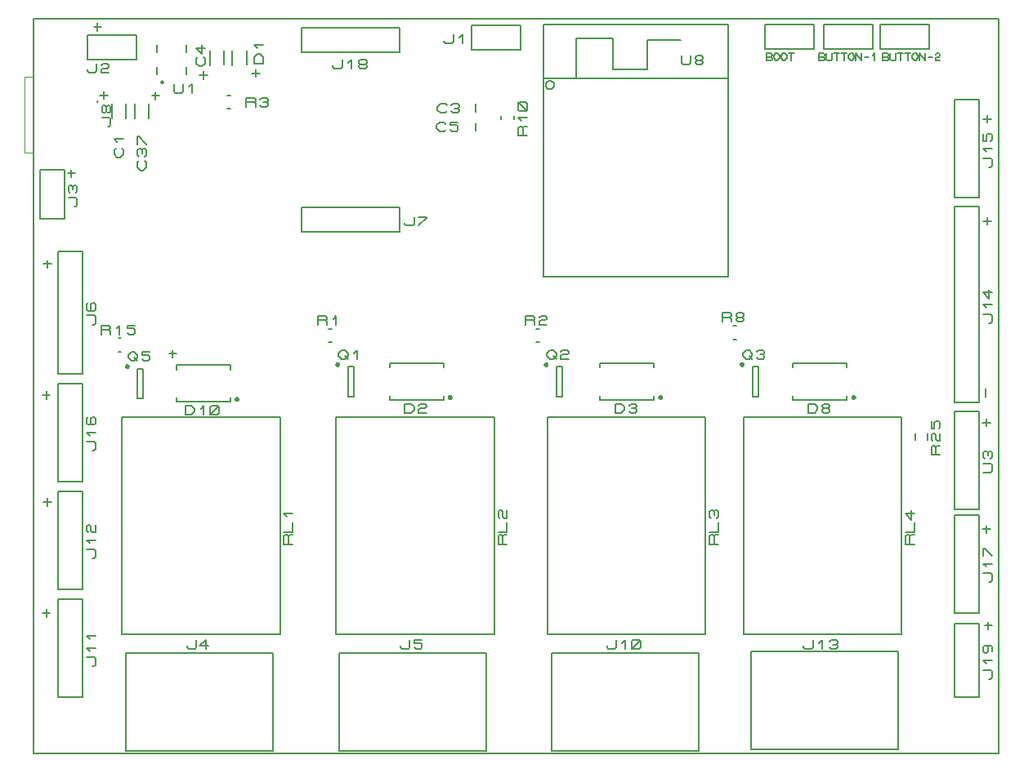
<source format=gbr>
G04 PROTEUS GERBER X2 FILE*
%TF.GenerationSoftware,Labcenter,Proteus,8.9-SP0-Build27865*%
%TF.CreationDate,2021-01-11T14:01:32+00:00*%
%TF.FileFunction,Legend,Top*%
%TF.FilePolarity,Positive*%
%TF.Part,Single*%
%TF.SameCoordinates,{9f0a7d81-3364-476e-981e-304885b4a122}*%
%FSLAX45Y45*%
%MOMM*%
G01*
%TA.AperFunction,Profile*%
%ADD36C,0.203200*%
%TA.AperFunction,Material*%
%ADD37C,0.203200*%
%ADD38C,0.200000*%
%ADD39C,0.250000*%
%ADD40C,0.127000*%
%ADD41C,0.100000*%
%TD.AperFunction*%
D36*
X+35420Y-8200D02*
X+10035420Y-8200D01*
X+10035420Y+7611800D01*
X+35420Y+7611800D01*
X+35420Y-8200D01*
D37*
X+7470000Y+1048000D02*
X+7470000Y+32000D01*
X+8994000Y+1048000D02*
X+8994000Y+32000D01*
X+7470000Y+32000D02*
X+8994000Y+32000D01*
X+8994000Y+1048000D02*
X+7470000Y+1048000D01*
X+8016530Y+1107480D02*
X+8016530Y+1092240D01*
X+8032405Y+1077000D01*
X+8095905Y+1077000D01*
X+8111780Y+1092240D01*
X+8111780Y+1168440D01*
X+8175280Y+1137960D02*
X+8207030Y+1168440D01*
X+8207030Y+1077000D01*
X+8286405Y+1153200D02*
X+8302280Y+1168440D01*
X+8349905Y+1168440D01*
X+8365780Y+1153200D01*
X+8365780Y+1137960D01*
X+8349905Y+1122720D01*
X+8365780Y+1107480D01*
X+8365780Y+1092240D01*
X+8349905Y+1077000D01*
X+8302280Y+1077000D01*
X+8286405Y+1092240D01*
X+8318155Y+1122720D02*
X+8349905Y+1122720D01*
X+2340000Y+7090000D02*
X+2340000Y+7010000D01*
X+2380000Y+7050000D02*
X+2300000Y+7050000D01*
X+599000Y+7193000D02*
X+1107000Y+7193000D01*
X+1107000Y+7447000D01*
X+599000Y+7447000D01*
X+599000Y+7193000D01*
X+595520Y+7084740D02*
X+595520Y+7069500D01*
X+611395Y+7054260D01*
X+674895Y+7054260D01*
X+690770Y+7069500D01*
X+690770Y+7145700D01*
X+738395Y+7130460D02*
X+754270Y+7145700D01*
X+801895Y+7145700D01*
X+817770Y+7130460D01*
X+817770Y+7115220D01*
X+801895Y+7099980D01*
X+754270Y+7099980D01*
X+738395Y+7084740D01*
X+738395Y+7054260D01*
X+817770Y+7054260D01*
X+9900000Y+3776000D02*
X+9900000Y+3696000D01*
X+5316800Y+4937300D02*
X+7236800Y+4937300D01*
X+7236800Y+7557300D01*
X+5316800Y+7557300D01*
X+5316800Y+4937300D01*
X+5316800Y+6997300D02*
X+7236800Y+6997300D01*
X+5656800Y+6997300D02*
X+5656800Y+7407300D01*
X+6036800Y+7407300D01*
X+6036800Y+7087300D01*
X+6396800Y+7087300D01*
X+6396800Y+7397300D01*
X+6746800Y+7397300D01*
X+5431521Y+6927300D02*
X+5431367Y+6931004D01*
X+5430118Y+6938414D01*
X+5427504Y+6945824D01*
X+5423233Y+6953234D01*
X+5416701Y+6960555D01*
X+5409291Y+6965954D01*
X+5401881Y+6969401D01*
X+5394471Y+6971358D01*
X+5387061Y+6972020D01*
X+5386800Y+6972021D01*
X+5342079Y+6927300D02*
X+5342233Y+6931004D01*
X+5343482Y+6938414D01*
X+5346096Y+6945824D01*
X+5350367Y+6953234D01*
X+5356899Y+6960555D01*
X+5364309Y+6965954D01*
X+5371719Y+6969401D01*
X+5379129Y+6971358D01*
X+5386539Y+6972020D01*
X+5386800Y+6972021D01*
X+5342079Y+6927300D02*
X+5342233Y+6923596D01*
X+5343482Y+6916186D01*
X+5346096Y+6908776D01*
X+5350367Y+6901366D01*
X+5356899Y+6894045D01*
X+5364309Y+6888646D01*
X+5371719Y+6885199D01*
X+5379129Y+6883242D01*
X+5386539Y+6882580D01*
X+5386800Y+6882579D01*
X+5431521Y+6927300D02*
X+5431367Y+6923596D01*
X+5430118Y+6916186D01*
X+5427504Y+6908776D01*
X+5423233Y+6901366D01*
X+5416701Y+6894045D01*
X+5409291Y+6888646D01*
X+5401881Y+6885199D01*
X+5394471Y+6883242D01*
X+5387061Y+6882580D01*
X+5386800Y+6882579D01*
X+6749800Y+7229380D02*
X+6749800Y+7153180D01*
X+6765675Y+7137940D01*
X+6829175Y+7137940D01*
X+6845050Y+7153180D01*
X+6845050Y+7229380D01*
X+6908550Y+7183660D02*
X+6892675Y+7198900D01*
X+6892675Y+7214140D01*
X+6908550Y+7229380D01*
X+6956175Y+7229380D01*
X+6972050Y+7214140D01*
X+6972050Y+7198900D01*
X+6956175Y+7183660D01*
X+6908550Y+7183660D01*
X+6892675Y+7168420D01*
X+6892675Y+7153180D01*
X+6908550Y+7137940D01*
X+6956175Y+7137940D01*
X+6972050Y+7153180D01*
X+6972050Y+7168420D01*
X+6956175Y+7183660D01*
X+996000Y+1038000D02*
X+996000Y+22000D01*
X+2520000Y+1038000D02*
X+2520000Y+22000D01*
X+996000Y+22000D02*
X+2520000Y+22000D01*
X+2520000Y+1038000D02*
X+996000Y+1038000D01*
X+1631000Y+1109120D02*
X+1631000Y+1093880D01*
X+1646875Y+1078640D01*
X+1710375Y+1078640D01*
X+1726250Y+1093880D01*
X+1726250Y+1170080D01*
X+1853250Y+1109120D02*
X+1758000Y+1109120D01*
X+1821500Y+1170080D01*
X+1821500Y+1078640D01*
X+3206000Y+1038000D02*
X+3206000Y+22000D01*
X+4730000Y+1038000D02*
X+4730000Y+22000D01*
X+3206000Y+22000D02*
X+4730000Y+22000D01*
X+4730000Y+1038000D02*
X+3206000Y+1038000D01*
X+3841000Y+1109120D02*
X+3841000Y+1093880D01*
X+3856875Y+1078640D01*
X+3920375Y+1078640D01*
X+3936250Y+1093880D01*
X+3936250Y+1170080D01*
X+4063250Y+1170080D02*
X+3983875Y+1170080D01*
X+3983875Y+1139600D01*
X+4047375Y+1139600D01*
X+4063250Y+1124360D01*
X+4063250Y+1093880D01*
X+4047375Y+1078640D01*
X+3999750Y+1078640D01*
X+3983875Y+1093880D01*
X+5406000Y+1038000D02*
X+5406000Y+22000D01*
X+6930000Y+1038000D02*
X+6930000Y+22000D01*
X+5406000Y+22000D02*
X+6930000Y+22000D01*
X+6930000Y+1038000D02*
X+5406000Y+1038000D01*
X+5977500Y+1109120D02*
X+5977500Y+1093880D01*
X+5993375Y+1078640D01*
X+6056875Y+1078640D01*
X+6072750Y+1093880D01*
X+6072750Y+1170080D01*
X+6136250Y+1139600D02*
X+6168000Y+1170080D01*
X+6168000Y+1078640D01*
X+6231500Y+1093880D02*
X+6231500Y+1154840D01*
X+6247375Y+1170080D01*
X+6310875Y+1170080D01*
X+6326750Y+1154840D01*
X+6326750Y+1093880D01*
X+6310875Y+1078640D01*
X+6247375Y+1078640D01*
X+6231500Y+1093880D01*
X+6231500Y+1078640D02*
X+6326750Y+1170080D01*
D38*
X+4880000Y+6605000D02*
X+4880000Y+6575000D01*
X+5020000Y+6605000D02*
X+5020000Y+6575000D01*
D37*
X+5151920Y+6399500D02*
X+5060480Y+6399500D01*
X+5060480Y+6478875D01*
X+5075720Y+6494750D01*
X+5090960Y+6494750D01*
X+5106200Y+6478875D01*
X+5106200Y+6399500D01*
X+5106200Y+6478875D02*
X+5121440Y+6494750D01*
X+5151920Y+6494750D01*
X+5090960Y+6558250D02*
X+5060480Y+6590000D01*
X+5151920Y+6590000D01*
X+5136680Y+6653500D02*
X+5075720Y+6653500D01*
X+5060480Y+6669375D01*
X+5060480Y+6732875D01*
X+5075720Y+6748750D01*
X+5136680Y+6748750D01*
X+5151920Y+6732875D01*
X+5151920Y+6669375D01*
X+5136680Y+6653500D01*
X+5151920Y+6653500D02*
X+5060480Y+6748750D01*
D38*
X+4620000Y+6650000D02*
X+4620000Y+6730000D01*
D37*
X+4318250Y+6653320D02*
X+4302375Y+6638080D01*
X+4254750Y+6638080D01*
X+4223000Y+6668560D01*
X+4223000Y+6699040D01*
X+4254750Y+6729520D01*
X+4302375Y+6729520D01*
X+4318250Y+6714280D01*
X+4365875Y+6714280D02*
X+4381750Y+6729520D01*
X+4429375Y+6729520D01*
X+4445250Y+6714280D01*
X+4445250Y+6699040D01*
X+4429375Y+6683800D01*
X+4445250Y+6668560D01*
X+4445250Y+6653320D01*
X+4429375Y+6638080D01*
X+4381750Y+6638080D01*
X+4365875Y+6653320D01*
X+4397625Y+6683800D02*
X+4429375Y+6683800D01*
D38*
X+4620000Y+6450000D02*
X+4620000Y+6530000D01*
D37*
X+4308250Y+6463320D02*
X+4292375Y+6448080D01*
X+4244750Y+6448080D01*
X+4213000Y+6478560D01*
X+4213000Y+6509040D01*
X+4244750Y+6539520D01*
X+4292375Y+6539520D01*
X+4308250Y+6524280D01*
X+4435250Y+6539520D02*
X+4355875Y+6539520D01*
X+4355875Y+6509040D01*
X+4419375Y+6509040D01*
X+4435250Y+6493800D01*
X+4435250Y+6463320D01*
X+4419375Y+6448080D01*
X+4371750Y+6448080D01*
X+4355875Y+6463320D01*
X+9583000Y+5757000D02*
X+9837000Y+5757000D01*
X+9837000Y+6773000D01*
X+9583000Y+6773000D01*
X+9583000Y+5757000D01*
X+9938600Y+6074500D02*
X+9953840Y+6074500D01*
X+9969080Y+6090375D01*
X+9969080Y+6153875D01*
X+9953840Y+6169750D01*
X+9877640Y+6169750D01*
X+9908120Y+6233250D02*
X+9877640Y+6265000D01*
X+9969080Y+6265000D01*
X+9877640Y+6423750D02*
X+9877640Y+6344375D01*
X+9908120Y+6344375D01*
X+9908120Y+6407875D01*
X+9923360Y+6423750D01*
X+9953840Y+6423750D01*
X+9969080Y+6407875D01*
X+9969080Y+6360250D01*
X+9953840Y+6344375D01*
X+951000Y+1230000D02*
X+2591000Y+1230000D01*
X+2591000Y+3480000D01*
X+951000Y+3480000D01*
X+951000Y+1230000D01*
X+2723080Y+2164500D02*
X+2631640Y+2164500D01*
X+2631640Y+2243875D01*
X+2646880Y+2259750D01*
X+2662120Y+2259750D01*
X+2677360Y+2243875D01*
X+2677360Y+2164500D01*
X+2677360Y+2243875D02*
X+2692600Y+2259750D01*
X+2723080Y+2259750D01*
X+2631640Y+2291500D02*
X+2723080Y+2291500D01*
X+2723080Y+2386750D01*
X+2662120Y+2450250D02*
X+2631640Y+2482000D01*
X+2723080Y+2482000D01*
X+3171000Y+1230000D02*
X+4811000Y+1230000D01*
X+4811000Y+3480000D01*
X+3171000Y+3480000D01*
X+3171000Y+1230000D01*
X+4943080Y+2164500D02*
X+4851640Y+2164500D01*
X+4851640Y+2243875D01*
X+4866880Y+2259750D01*
X+4882120Y+2259750D01*
X+4897360Y+2243875D01*
X+4897360Y+2164500D01*
X+4897360Y+2243875D02*
X+4912600Y+2259750D01*
X+4943080Y+2259750D01*
X+4851640Y+2291500D02*
X+4943080Y+2291500D01*
X+4943080Y+2386750D01*
X+4866880Y+2434375D02*
X+4851640Y+2450250D01*
X+4851640Y+2497875D01*
X+4866880Y+2513750D01*
X+4882120Y+2513750D01*
X+4897360Y+2497875D01*
X+4897360Y+2450250D01*
X+4912600Y+2434375D01*
X+4943080Y+2434375D01*
X+4943080Y+2513750D01*
X+5361000Y+1230000D02*
X+7001000Y+1230000D01*
X+7001000Y+3480000D01*
X+5361000Y+3480000D01*
X+5361000Y+1230000D01*
X+7133080Y+2164500D02*
X+7041640Y+2164500D01*
X+7041640Y+2243875D01*
X+7056880Y+2259750D01*
X+7072120Y+2259750D01*
X+7087360Y+2243875D01*
X+7087360Y+2164500D01*
X+7087360Y+2243875D02*
X+7102600Y+2259750D01*
X+7133080Y+2259750D01*
X+7041640Y+2291500D02*
X+7133080Y+2291500D01*
X+7133080Y+2386750D01*
X+7056880Y+2434375D02*
X+7041640Y+2450250D01*
X+7041640Y+2497875D01*
X+7056880Y+2513750D01*
X+7072120Y+2513750D01*
X+7087360Y+2497875D01*
X+7102600Y+2513750D01*
X+7117840Y+2513750D01*
X+7133080Y+2497875D01*
X+7133080Y+2450250D01*
X+7117840Y+2434375D01*
X+7087360Y+2466125D02*
X+7087360Y+2497875D01*
X+7391000Y+1230000D02*
X+9031000Y+1230000D01*
X+9031000Y+3480000D01*
X+7391000Y+3480000D01*
X+7391000Y+1230000D01*
X+9163080Y+2164500D02*
X+9071640Y+2164500D01*
X+9071640Y+2243875D01*
X+9086880Y+2259750D01*
X+9102120Y+2259750D01*
X+9117360Y+2243875D01*
X+9117360Y+2164500D01*
X+9117360Y+2243875D02*
X+9132600Y+2259750D01*
X+9163080Y+2259750D01*
X+9071640Y+2291500D02*
X+9163080Y+2291500D01*
X+9163080Y+2386750D01*
X+9132600Y+2513750D02*
X+9132600Y+2418500D01*
X+9071640Y+2482000D01*
X+9163080Y+2482000D01*
X+9583000Y+3631000D02*
X+9837000Y+3631000D01*
X+9837000Y+5663000D01*
X+9583000Y+5663000D01*
X+9583000Y+3631000D01*
X+9938600Y+4456500D02*
X+9953840Y+4456500D01*
X+9969080Y+4472375D01*
X+9969080Y+4535875D01*
X+9953840Y+4551750D01*
X+9877640Y+4551750D01*
X+9908120Y+4615250D02*
X+9877640Y+4647000D01*
X+9969080Y+4647000D01*
X+9938600Y+4805750D02*
X+9938600Y+4710500D01*
X+9877640Y+4774000D01*
X+9969080Y+4774000D01*
X+9920000Y+5556000D02*
X+9920000Y+5476000D01*
X+9960000Y+5516000D02*
X+9880000Y+5516000D01*
X+2813000Y+5403000D02*
X+3829000Y+5403000D01*
X+3829000Y+5657000D01*
X+2813000Y+5657000D01*
X+2813000Y+5403000D01*
X+3884000Y+5498120D02*
X+3884000Y+5482880D01*
X+3899875Y+5467640D01*
X+3963375Y+5467640D01*
X+3979250Y+5482880D01*
X+3979250Y+5559080D01*
X+4026875Y+5559080D02*
X+4106250Y+5559080D01*
X+4106250Y+5543840D01*
X+4026875Y+5467640D01*
X+9920000Y+6616000D02*
X+9920000Y+6536000D01*
X+9960000Y+6576000D02*
X+9880000Y+6576000D01*
X+700000Y+7570000D02*
X+700000Y+7490000D01*
X+740000Y+7530000D02*
X+660000Y+7530000D01*
X+8229000Y+7303000D02*
X+8737000Y+7303000D01*
X+8737000Y+7557000D01*
X+8229000Y+7557000D01*
X+8229000Y+7303000D01*
X+8178200Y+7178540D02*
X+8178200Y+7254740D01*
X+8225825Y+7254740D01*
X+8235350Y+7242040D01*
X+8235350Y+7229340D01*
X+8225825Y+7216640D01*
X+8235350Y+7203940D01*
X+8235350Y+7191240D01*
X+8225825Y+7178540D01*
X+8178200Y+7178540D01*
X+8178200Y+7216640D02*
X+8225825Y+7216640D01*
X+8254400Y+7254740D02*
X+8254400Y+7191240D01*
X+8263925Y+7178540D01*
X+8302025Y+7178540D01*
X+8311550Y+7191240D01*
X+8311550Y+7254740D01*
X+8330600Y+7254740D02*
X+8387750Y+7254740D01*
X+8359175Y+7254740D02*
X+8359175Y+7178540D01*
X+8406800Y+7254740D02*
X+8463950Y+7254740D01*
X+8435375Y+7254740D02*
X+8435375Y+7178540D01*
X+8483000Y+7229340D02*
X+8502050Y+7254740D01*
X+8521100Y+7254740D01*
X+8540150Y+7229340D01*
X+8540150Y+7203940D01*
X+8521100Y+7178540D01*
X+8502050Y+7178540D01*
X+8483000Y+7203940D01*
X+8483000Y+7229340D01*
X+8559200Y+7178540D02*
X+8559200Y+7254740D01*
X+8616350Y+7178540D01*
X+8616350Y+7254740D01*
X+8644925Y+7216640D02*
X+8692550Y+7216640D01*
X+8730650Y+7229340D02*
X+8749700Y+7254740D01*
X+8749700Y+7178540D01*
X+293000Y+3935000D02*
X+547000Y+3935000D01*
X+547000Y+5205000D01*
X+293000Y+5205000D01*
X+293000Y+3935000D01*
X+648600Y+4443000D02*
X+663840Y+4443000D01*
X+679080Y+4458875D01*
X+679080Y+4522375D01*
X+663840Y+4538250D01*
X+587640Y+4538250D01*
X+602880Y+4665250D02*
X+587640Y+4649375D01*
X+587640Y+4601750D01*
X+602880Y+4585875D01*
X+663840Y+4585875D01*
X+679080Y+4601750D01*
X+679080Y+4649375D01*
X+663840Y+4665250D01*
X+648600Y+4665250D01*
X+633360Y+4649375D01*
X+633360Y+4585875D01*
X+9583000Y+2527000D02*
X+9837000Y+2527000D01*
X+9837000Y+3543000D01*
X+9583000Y+3543000D01*
X+9583000Y+2527000D01*
X+9877640Y+2908000D02*
X+9953840Y+2908000D01*
X+9969080Y+2923875D01*
X+9969080Y+2987375D01*
X+9953840Y+3003250D01*
X+9877640Y+3003250D01*
X+9892880Y+3050875D02*
X+9877640Y+3066750D01*
X+9877640Y+3114375D01*
X+9892880Y+3130250D01*
X+9908120Y+3130250D01*
X+9923360Y+3114375D01*
X+9938600Y+3130250D01*
X+9953840Y+3130250D01*
X+9969080Y+3114375D01*
X+9969080Y+3066750D01*
X+9953840Y+3050875D01*
X+9923360Y+3082625D02*
X+9923360Y+3114375D01*
X+9298420Y+3316340D02*
X+9298420Y+3247760D01*
X+9176500Y+3316340D02*
X+9176500Y+3245220D01*
X+9430500Y+3092820D02*
X+9339060Y+3092820D01*
X+9339060Y+3172195D01*
X+9354300Y+3188070D01*
X+9369540Y+3188070D01*
X+9384780Y+3172195D01*
X+9384780Y+3092820D01*
X+9384780Y+3172195D02*
X+9400020Y+3188070D01*
X+9430500Y+3188070D01*
X+9354300Y+3235695D02*
X+9339060Y+3251570D01*
X+9339060Y+3299195D01*
X+9354300Y+3315070D01*
X+9369540Y+3315070D01*
X+9384780Y+3299195D01*
X+9384780Y+3251570D01*
X+9400020Y+3235695D01*
X+9430500Y+3235695D01*
X+9430500Y+3315070D01*
X+9339060Y+3442070D02*
X+9339060Y+3362695D01*
X+9369540Y+3362695D01*
X+9369540Y+3426195D01*
X+9384780Y+3442070D01*
X+9415260Y+3442070D01*
X+9430500Y+3426195D01*
X+9430500Y+3378570D01*
X+9415260Y+3362695D01*
X+8809000Y+7303000D02*
X+9317000Y+7303000D01*
X+9317000Y+7557000D01*
X+8809000Y+7557000D01*
X+8809000Y+7303000D01*
X+8838200Y+7178540D02*
X+8838200Y+7254740D01*
X+8885825Y+7254740D01*
X+8895350Y+7242040D01*
X+8895350Y+7229340D01*
X+8885825Y+7216640D01*
X+8895350Y+7203940D01*
X+8895350Y+7191240D01*
X+8885825Y+7178540D01*
X+8838200Y+7178540D01*
X+8838200Y+7216640D02*
X+8885825Y+7216640D01*
X+8914400Y+7254740D02*
X+8914400Y+7191240D01*
X+8923925Y+7178540D01*
X+8962025Y+7178540D01*
X+8971550Y+7191240D01*
X+8971550Y+7254740D01*
X+8990600Y+7254740D02*
X+9047750Y+7254740D01*
X+9019175Y+7254740D02*
X+9019175Y+7178540D01*
X+9066800Y+7254740D02*
X+9123950Y+7254740D01*
X+9095375Y+7254740D02*
X+9095375Y+7178540D01*
X+9143000Y+7229340D02*
X+9162050Y+7254740D01*
X+9181100Y+7254740D01*
X+9200150Y+7229340D01*
X+9200150Y+7203940D01*
X+9181100Y+7178540D01*
X+9162050Y+7178540D01*
X+9143000Y+7203940D01*
X+9143000Y+7229340D01*
X+9219200Y+7178540D02*
X+9219200Y+7254740D01*
X+9276350Y+7178540D01*
X+9276350Y+7254740D01*
X+9304925Y+7216640D02*
X+9352550Y+7216640D01*
X+9381125Y+7242040D02*
X+9390650Y+7254740D01*
X+9419225Y+7254740D01*
X+9428750Y+7242040D01*
X+9428750Y+7229340D01*
X+9419225Y+7216640D01*
X+9390650Y+7216640D01*
X+9381125Y+7203940D01*
X+9381125Y+7178540D01*
X+9428750Y+7178540D01*
X+293000Y+579000D02*
X+547000Y+579000D01*
X+547000Y+1595000D01*
X+293000Y+1595000D01*
X+293000Y+579000D01*
X+648600Y+896500D02*
X+663840Y+896500D01*
X+679080Y+912375D01*
X+679080Y+975875D01*
X+663840Y+991750D01*
X+587640Y+991750D01*
X+618120Y+1055250D02*
X+587640Y+1087000D01*
X+679080Y+1087000D01*
X+618120Y+1182250D02*
X+587640Y+1214000D01*
X+679080Y+1214000D01*
X+293000Y+1699000D02*
X+547000Y+1699000D01*
X+547000Y+2715000D01*
X+293000Y+2715000D01*
X+293000Y+1699000D01*
X+648600Y+2016500D02*
X+663840Y+2016500D01*
X+679080Y+2032375D01*
X+679080Y+2095875D01*
X+663840Y+2111750D01*
X+587640Y+2111750D01*
X+618120Y+2175250D02*
X+587640Y+2207000D01*
X+679080Y+2207000D01*
X+602880Y+2286375D02*
X+587640Y+2302250D01*
X+587640Y+2349875D01*
X+602880Y+2365750D01*
X+618120Y+2365750D01*
X+633360Y+2349875D01*
X+633360Y+2302250D01*
X+648600Y+2286375D01*
X+679080Y+2286375D01*
X+679080Y+2365750D01*
X+293000Y+2815000D02*
X+547000Y+2815000D01*
X+547000Y+3831000D01*
X+293000Y+3831000D01*
X+293000Y+2815000D01*
X+648600Y+3132500D02*
X+663840Y+3132500D01*
X+679080Y+3148375D01*
X+679080Y+3211875D01*
X+663840Y+3227750D01*
X+587640Y+3227750D01*
X+618120Y+3291250D02*
X+587640Y+3323000D01*
X+679080Y+3323000D01*
X+602880Y+3481750D02*
X+587640Y+3465875D01*
X+587640Y+3418250D01*
X+602880Y+3402375D01*
X+663840Y+3402375D01*
X+679080Y+3418250D01*
X+679080Y+3465875D01*
X+663840Y+3481750D01*
X+648600Y+3481750D01*
X+633360Y+3465875D01*
X+633360Y+3402375D01*
X+2813000Y+7263000D02*
X+3829000Y+7263000D01*
X+3829000Y+7517000D01*
X+2813000Y+7517000D01*
X+2813000Y+7263000D01*
X+3140500Y+7128120D02*
X+3140500Y+7112880D01*
X+3156375Y+7097640D01*
X+3219875Y+7097640D01*
X+3235750Y+7112880D01*
X+3235750Y+7189080D01*
X+3299250Y+7158600D02*
X+3331000Y+7189080D01*
X+3331000Y+7097640D01*
X+3426250Y+7143360D02*
X+3410375Y+7158600D01*
X+3410375Y+7173840D01*
X+3426250Y+7189080D01*
X+3473875Y+7189080D01*
X+3489750Y+7173840D01*
X+3489750Y+7158600D01*
X+3473875Y+7143360D01*
X+3426250Y+7143360D01*
X+3410375Y+7128120D01*
X+3410375Y+7112880D01*
X+3426250Y+7097640D01*
X+3473875Y+7097640D01*
X+3489750Y+7112880D01*
X+3489750Y+7128120D01*
X+3473875Y+7143360D01*
X+9583000Y+575000D02*
X+9837000Y+575000D01*
X+9837000Y+1337000D01*
X+9583000Y+1337000D01*
X+9583000Y+575000D01*
X+9938600Y+765500D02*
X+9953840Y+765500D01*
X+9969080Y+781375D01*
X+9969080Y+844875D01*
X+9953840Y+860750D01*
X+9877640Y+860750D01*
X+9908120Y+924250D02*
X+9877640Y+956000D01*
X+9969080Y+956000D01*
X+9908120Y+1114750D02*
X+9923360Y+1098875D01*
X+9923360Y+1051250D01*
X+9908120Y+1035375D01*
X+9892880Y+1035375D01*
X+9877640Y+1051250D01*
X+9877640Y+1098875D01*
X+9892880Y+1114750D01*
X+9953840Y+1114750D01*
X+9969080Y+1098875D01*
X+9969080Y+1051250D01*
X+180000Y+5110000D02*
X+180000Y+5030000D01*
X+220000Y+5070000D02*
X+140000Y+5070000D01*
X+1480000Y+4180000D02*
X+1480000Y+4100000D01*
X+1520000Y+4140000D02*
X+1440000Y+4140000D01*
X+170000Y+3750000D02*
X+170000Y+3670000D01*
X+210000Y+3710000D02*
X+130000Y+3710000D01*
X+180000Y+2640000D02*
X+180000Y+2560000D01*
X+220000Y+2600000D02*
X+140000Y+2600000D01*
X+170000Y+1490000D02*
X+170000Y+1410000D01*
X+210000Y+1450000D02*
X+130000Y+1450000D01*
X+9930000Y+1360000D02*
X+9930000Y+1280000D01*
X+9970000Y+1320000D02*
X+9890000Y+1320000D01*
X+9910000Y+3466000D02*
X+9910000Y+3386000D01*
X+9950000Y+3426000D02*
X+9870000Y+3426000D01*
X+9583000Y+1453000D02*
X+9837000Y+1453000D01*
X+9837000Y+2469000D01*
X+9583000Y+2469000D01*
X+9583000Y+1453000D01*
X+9938600Y+1770500D02*
X+9953840Y+1770500D01*
X+9969080Y+1786375D01*
X+9969080Y+1849875D01*
X+9953840Y+1865750D01*
X+9877640Y+1865750D01*
X+9908120Y+1929250D02*
X+9877640Y+1961000D01*
X+9969080Y+1961000D01*
X+9877640Y+2040375D02*
X+9877640Y+2119750D01*
X+9892880Y+2119750D01*
X+9969080Y+2040375D01*
X+9910000Y+2360000D02*
X+9910000Y+2280000D01*
X+9950000Y+2320000D02*
X+9870000Y+2320000D01*
D39*
X+4362500Y+3690000D02*
X+4362457Y+3691039D01*
X+4362105Y+3693118D01*
X+4361368Y+3695197D01*
X+4360164Y+3697276D01*
X+4358323Y+3699326D01*
X+4356244Y+3700829D01*
X+4354165Y+3701786D01*
X+4352086Y+3702325D01*
X+4350007Y+3702500D01*
X+4350000Y+3702500D01*
X+4337500Y+3690000D02*
X+4337543Y+3691039D01*
X+4337895Y+3693118D01*
X+4338632Y+3695197D01*
X+4339836Y+3697276D01*
X+4341677Y+3699326D01*
X+4343756Y+3700829D01*
X+4345835Y+3701786D01*
X+4347914Y+3702325D01*
X+4349993Y+3702500D01*
X+4350000Y+3702500D01*
X+4337500Y+3690000D02*
X+4337543Y+3688961D01*
X+4337895Y+3686882D01*
X+4338632Y+3684803D01*
X+4339836Y+3682724D01*
X+4341677Y+3680674D01*
X+4343756Y+3679171D01*
X+4345835Y+3678214D01*
X+4347914Y+3677675D01*
X+4349993Y+3677500D01*
X+4350000Y+3677500D01*
X+4362500Y+3690000D02*
X+4362457Y+3688961D01*
X+4362105Y+3686882D01*
X+4361368Y+3684803D01*
X+4360164Y+3682724D01*
X+4358323Y+3680674D01*
X+4356244Y+3679171D01*
X+4354165Y+3678214D01*
X+4352086Y+3677675D01*
X+4350007Y+3677500D01*
X+4350000Y+3677500D01*
D38*
X+4285000Y+3705000D02*
X+4285000Y+3660000D01*
X+3725000Y+3660000D01*
X+3725000Y+3705000D01*
X+4285000Y+3995000D02*
X+4285000Y+4040000D01*
X+3725000Y+4040000D01*
X+3725000Y+3995000D01*
D37*
X+3884250Y+3528080D02*
X+3884250Y+3619520D01*
X+3947750Y+3619520D01*
X+3979500Y+3589040D01*
X+3979500Y+3558560D01*
X+3947750Y+3528080D01*
X+3884250Y+3528080D01*
X+4027125Y+3604280D02*
X+4043000Y+3619520D01*
X+4090625Y+3619520D01*
X+4106500Y+3604280D01*
X+4106500Y+3589040D01*
X+4090625Y+3573800D01*
X+4043000Y+3573800D01*
X+4027125Y+3558560D01*
X+4027125Y+3528080D01*
X+4106500Y+3528080D01*
D39*
X+6542500Y+3690000D02*
X+6542457Y+3691039D01*
X+6542105Y+3693118D01*
X+6541368Y+3695197D01*
X+6540164Y+3697276D01*
X+6538323Y+3699326D01*
X+6536244Y+3700829D01*
X+6534165Y+3701786D01*
X+6532086Y+3702325D01*
X+6530007Y+3702500D01*
X+6530000Y+3702500D01*
X+6517500Y+3690000D02*
X+6517543Y+3691039D01*
X+6517895Y+3693118D01*
X+6518632Y+3695197D01*
X+6519836Y+3697276D01*
X+6521677Y+3699326D01*
X+6523756Y+3700829D01*
X+6525835Y+3701786D01*
X+6527914Y+3702325D01*
X+6529993Y+3702500D01*
X+6530000Y+3702500D01*
X+6517500Y+3690000D02*
X+6517543Y+3688961D01*
X+6517895Y+3686882D01*
X+6518632Y+3684803D01*
X+6519836Y+3682724D01*
X+6521677Y+3680674D01*
X+6523756Y+3679171D01*
X+6525835Y+3678214D01*
X+6527914Y+3677675D01*
X+6529993Y+3677500D01*
X+6530000Y+3677500D01*
X+6542500Y+3690000D02*
X+6542457Y+3688961D01*
X+6542105Y+3686882D01*
X+6541368Y+3684803D01*
X+6540164Y+3682724D01*
X+6538323Y+3680674D01*
X+6536244Y+3679171D01*
X+6534165Y+3678214D01*
X+6532086Y+3677675D01*
X+6530007Y+3677500D01*
X+6530000Y+3677500D01*
D38*
X+6465000Y+3705000D02*
X+6465000Y+3660000D01*
X+5905000Y+3660000D01*
X+5905000Y+3705000D01*
X+6465000Y+3995000D02*
X+6465000Y+4040000D01*
X+5905000Y+4040000D01*
X+5905000Y+3995000D01*
D37*
X+6064250Y+3528080D02*
X+6064250Y+3619520D01*
X+6127750Y+3619520D01*
X+6159500Y+3589040D01*
X+6159500Y+3558560D01*
X+6127750Y+3528080D01*
X+6064250Y+3528080D01*
X+6207125Y+3604280D02*
X+6223000Y+3619520D01*
X+6270625Y+3619520D01*
X+6286500Y+3604280D01*
X+6286500Y+3589040D01*
X+6270625Y+3573800D01*
X+6286500Y+3558560D01*
X+6286500Y+3543320D01*
X+6270625Y+3528080D01*
X+6223000Y+3528080D01*
X+6207125Y+3543320D01*
X+6238875Y+3573800D02*
X+6270625Y+3573800D01*
D39*
X+8542500Y+3690000D02*
X+8542457Y+3691039D01*
X+8542105Y+3693118D01*
X+8541368Y+3695197D01*
X+8540164Y+3697276D01*
X+8538323Y+3699326D01*
X+8536244Y+3700829D01*
X+8534165Y+3701786D01*
X+8532086Y+3702325D01*
X+8530007Y+3702500D01*
X+8530000Y+3702500D01*
X+8517500Y+3690000D02*
X+8517543Y+3691039D01*
X+8517895Y+3693118D01*
X+8518632Y+3695197D01*
X+8519836Y+3697276D01*
X+8521677Y+3699326D01*
X+8523756Y+3700829D01*
X+8525835Y+3701786D01*
X+8527914Y+3702325D01*
X+8529993Y+3702500D01*
X+8530000Y+3702500D01*
X+8517500Y+3690000D02*
X+8517543Y+3688961D01*
X+8517895Y+3686882D01*
X+8518632Y+3684803D01*
X+8519836Y+3682724D01*
X+8521677Y+3680674D01*
X+8523756Y+3679171D01*
X+8525835Y+3678214D01*
X+8527914Y+3677675D01*
X+8529993Y+3677500D01*
X+8530000Y+3677500D01*
X+8542500Y+3690000D02*
X+8542457Y+3688961D01*
X+8542105Y+3686882D01*
X+8541368Y+3684803D01*
X+8540164Y+3682724D01*
X+8538323Y+3680674D01*
X+8536244Y+3679171D01*
X+8534165Y+3678214D01*
X+8532086Y+3677675D01*
X+8530007Y+3677500D01*
X+8530000Y+3677500D01*
D38*
X+8465000Y+3705000D02*
X+8465000Y+3660000D01*
X+7905000Y+3660000D01*
X+7905000Y+3705000D01*
X+8465000Y+3995000D02*
X+8465000Y+4040000D01*
X+7905000Y+4040000D01*
X+7905000Y+3995000D01*
D37*
X+8064250Y+3528080D02*
X+8064250Y+3619520D01*
X+8127750Y+3619520D01*
X+8159500Y+3589040D01*
X+8159500Y+3558560D01*
X+8127750Y+3528080D01*
X+8064250Y+3528080D01*
X+8223000Y+3573800D02*
X+8207125Y+3589040D01*
X+8207125Y+3604280D01*
X+8223000Y+3619520D01*
X+8270625Y+3619520D01*
X+8286500Y+3604280D01*
X+8286500Y+3589040D01*
X+8270625Y+3573800D01*
X+8223000Y+3573800D01*
X+8207125Y+3558560D01*
X+8207125Y+3543320D01*
X+8223000Y+3528080D01*
X+8270625Y+3528080D01*
X+8286500Y+3543320D01*
X+8286500Y+3558560D01*
X+8270625Y+3573800D01*
D39*
X+2152500Y+3670000D02*
X+2152457Y+3671039D01*
X+2152105Y+3673118D01*
X+2151368Y+3675197D01*
X+2150164Y+3677276D01*
X+2148323Y+3679326D01*
X+2146244Y+3680829D01*
X+2144165Y+3681786D01*
X+2142086Y+3682325D01*
X+2140007Y+3682500D01*
X+2140000Y+3682500D01*
X+2127500Y+3670000D02*
X+2127543Y+3671039D01*
X+2127895Y+3673118D01*
X+2128632Y+3675197D01*
X+2129836Y+3677276D01*
X+2131677Y+3679326D01*
X+2133756Y+3680829D01*
X+2135835Y+3681786D01*
X+2137914Y+3682325D01*
X+2139993Y+3682500D01*
X+2140000Y+3682500D01*
X+2127500Y+3670000D02*
X+2127543Y+3668961D01*
X+2127895Y+3666882D01*
X+2128632Y+3664803D01*
X+2129836Y+3662724D01*
X+2131677Y+3660674D01*
X+2133756Y+3659171D01*
X+2135835Y+3658214D01*
X+2137914Y+3657675D01*
X+2139993Y+3657500D01*
X+2140000Y+3657500D01*
X+2152500Y+3670000D02*
X+2152457Y+3668961D01*
X+2152105Y+3666882D01*
X+2151368Y+3664803D01*
X+2150164Y+3662724D01*
X+2148323Y+3660674D01*
X+2146244Y+3659171D01*
X+2144165Y+3658214D01*
X+2142086Y+3657675D01*
X+2140007Y+3657500D01*
X+2140000Y+3657500D01*
D38*
X+2075000Y+3685000D02*
X+2075000Y+3640000D01*
X+1515000Y+3640000D01*
X+1515000Y+3685000D01*
X+2075000Y+3975000D02*
X+2075000Y+4020000D01*
X+1515000Y+4020000D01*
X+1515000Y+3975000D01*
D37*
X+1610750Y+3508080D02*
X+1610750Y+3599520D01*
X+1674250Y+3599520D01*
X+1706000Y+3569040D01*
X+1706000Y+3538560D01*
X+1674250Y+3508080D01*
X+1610750Y+3508080D01*
X+1769500Y+3569040D02*
X+1801250Y+3599520D01*
X+1801250Y+3508080D01*
X+1864750Y+3523320D02*
X+1864750Y+3584280D01*
X+1880625Y+3599520D01*
X+1944125Y+3599520D01*
X+1960000Y+3584280D01*
X+1960000Y+3523320D01*
X+1944125Y+3508080D01*
X+1880625Y+3508080D01*
X+1864750Y+3523320D01*
X+1864750Y+3508080D02*
X+1960000Y+3599520D01*
D39*
X+3197500Y+4030000D02*
X+3197457Y+4031039D01*
X+3197105Y+4033118D01*
X+3196368Y+4035197D01*
X+3195164Y+4037276D01*
X+3193323Y+4039326D01*
X+3191244Y+4040829D01*
X+3189165Y+4041786D01*
X+3187086Y+4042325D01*
X+3185007Y+4042500D01*
X+3185000Y+4042500D01*
X+3172500Y+4030000D02*
X+3172543Y+4031039D01*
X+3172895Y+4033118D01*
X+3173632Y+4035197D01*
X+3174836Y+4037276D01*
X+3176677Y+4039326D01*
X+3178756Y+4040829D01*
X+3180835Y+4041786D01*
X+3182914Y+4042325D01*
X+3184993Y+4042500D01*
X+3185000Y+4042500D01*
X+3172500Y+4030000D02*
X+3172543Y+4028961D01*
X+3172895Y+4026882D01*
X+3173632Y+4024803D01*
X+3174836Y+4022724D01*
X+3176677Y+4020674D01*
X+3178756Y+4019171D01*
X+3180835Y+4018214D01*
X+3182914Y+4017675D01*
X+3184993Y+4017500D01*
X+3185000Y+4017500D01*
X+3197500Y+4030000D02*
X+3197457Y+4028961D01*
X+3197105Y+4026882D01*
X+3196368Y+4024803D01*
X+3195164Y+4022724D01*
X+3193323Y+4020674D01*
X+3191244Y+4019171D01*
X+3189165Y+4018214D01*
X+3187086Y+4017675D01*
X+3185007Y+4017500D01*
X+3185000Y+4017500D01*
D38*
X+3295000Y+3695000D02*
X+3355000Y+3695000D01*
X+3355000Y+4005000D01*
X+3295000Y+4005000D01*
X+3295000Y+3695000D01*
D37*
X+3198000Y+4146440D02*
X+3229750Y+4176920D01*
X+3261500Y+4176920D01*
X+3293250Y+4146440D01*
X+3293250Y+4115960D01*
X+3261500Y+4085480D01*
X+3229750Y+4085480D01*
X+3198000Y+4115960D01*
X+3198000Y+4146440D01*
X+3261500Y+4115960D02*
X+3293250Y+4085480D01*
X+3356750Y+4146440D02*
X+3388500Y+4176920D01*
X+3388500Y+4085480D01*
D39*
X+5357500Y+4030000D02*
X+5357457Y+4031039D01*
X+5357105Y+4033118D01*
X+5356368Y+4035197D01*
X+5355164Y+4037276D01*
X+5353323Y+4039326D01*
X+5351244Y+4040829D01*
X+5349165Y+4041786D01*
X+5347086Y+4042325D01*
X+5345007Y+4042500D01*
X+5345000Y+4042500D01*
X+5332500Y+4030000D02*
X+5332543Y+4031039D01*
X+5332895Y+4033118D01*
X+5333632Y+4035197D01*
X+5334836Y+4037276D01*
X+5336677Y+4039326D01*
X+5338756Y+4040829D01*
X+5340835Y+4041786D01*
X+5342914Y+4042325D01*
X+5344993Y+4042500D01*
X+5345000Y+4042500D01*
X+5332500Y+4030000D02*
X+5332543Y+4028961D01*
X+5332895Y+4026882D01*
X+5333632Y+4024803D01*
X+5334836Y+4022724D01*
X+5336677Y+4020674D01*
X+5338756Y+4019171D01*
X+5340835Y+4018214D01*
X+5342914Y+4017675D01*
X+5344993Y+4017500D01*
X+5345000Y+4017500D01*
X+5357500Y+4030000D02*
X+5357457Y+4028961D01*
X+5357105Y+4026882D01*
X+5356368Y+4024803D01*
X+5355164Y+4022724D01*
X+5353323Y+4020674D01*
X+5351244Y+4019171D01*
X+5349165Y+4018214D01*
X+5347086Y+4017675D01*
X+5345007Y+4017500D01*
X+5345000Y+4017500D01*
D38*
X+5455000Y+3695000D02*
X+5515000Y+3695000D01*
X+5515000Y+4005000D01*
X+5455000Y+4005000D01*
X+5455000Y+3695000D01*
D37*
X+5358000Y+4146440D02*
X+5389750Y+4176920D01*
X+5421500Y+4176920D01*
X+5453250Y+4146440D01*
X+5453250Y+4115960D01*
X+5421500Y+4085480D01*
X+5389750Y+4085480D01*
X+5358000Y+4115960D01*
X+5358000Y+4146440D01*
X+5421500Y+4115960D02*
X+5453250Y+4085480D01*
X+5500875Y+4161680D02*
X+5516750Y+4176920D01*
X+5564375Y+4176920D01*
X+5580250Y+4161680D01*
X+5580250Y+4146440D01*
X+5564375Y+4131200D01*
X+5516750Y+4131200D01*
X+5500875Y+4115960D01*
X+5500875Y+4085480D01*
X+5580250Y+4085480D01*
D39*
X+7387500Y+4030000D02*
X+7387457Y+4031039D01*
X+7387105Y+4033118D01*
X+7386368Y+4035197D01*
X+7385164Y+4037276D01*
X+7383323Y+4039326D01*
X+7381244Y+4040829D01*
X+7379165Y+4041786D01*
X+7377086Y+4042325D01*
X+7375007Y+4042500D01*
X+7375000Y+4042500D01*
X+7362500Y+4030000D02*
X+7362543Y+4031039D01*
X+7362895Y+4033118D01*
X+7363632Y+4035197D01*
X+7364836Y+4037276D01*
X+7366677Y+4039326D01*
X+7368756Y+4040829D01*
X+7370835Y+4041786D01*
X+7372914Y+4042325D01*
X+7374993Y+4042500D01*
X+7375000Y+4042500D01*
X+7362500Y+4030000D02*
X+7362543Y+4028961D01*
X+7362895Y+4026882D01*
X+7363632Y+4024803D01*
X+7364836Y+4022724D01*
X+7366677Y+4020674D01*
X+7368756Y+4019171D01*
X+7370835Y+4018214D01*
X+7372914Y+4017675D01*
X+7374993Y+4017500D01*
X+7375000Y+4017500D01*
X+7387500Y+4030000D02*
X+7387457Y+4028961D01*
X+7387105Y+4026882D01*
X+7386368Y+4024803D01*
X+7385164Y+4022724D01*
X+7383323Y+4020674D01*
X+7381244Y+4019171D01*
X+7379165Y+4018214D01*
X+7377086Y+4017675D01*
X+7375007Y+4017500D01*
X+7375000Y+4017500D01*
D38*
X+7485000Y+3695000D02*
X+7545000Y+3695000D01*
X+7545000Y+4005000D01*
X+7485000Y+4005000D01*
X+7485000Y+3695000D01*
D37*
X+7388000Y+4146440D02*
X+7419750Y+4176920D01*
X+7451500Y+4176920D01*
X+7483250Y+4146440D01*
X+7483250Y+4115960D01*
X+7451500Y+4085480D01*
X+7419750Y+4085480D01*
X+7388000Y+4115960D01*
X+7388000Y+4146440D01*
X+7451500Y+4115960D02*
X+7483250Y+4085480D01*
X+7530875Y+4161680D02*
X+7546750Y+4176920D01*
X+7594375Y+4176920D01*
X+7610250Y+4161680D01*
X+7610250Y+4146440D01*
X+7594375Y+4131200D01*
X+7610250Y+4115960D01*
X+7610250Y+4100720D01*
X+7594375Y+4085480D01*
X+7546750Y+4085480D01*
X+7530875Y+4100720D01*
X+7562625Y+4131200D02*
X+7594375Y+4131200D01*
D39*
X+1017500Y+4010000D02*
X+1017457Y+4011039D01*
X+1017105Y+4013118D01*
X+1016368Y+4015197D01*
X+1015164Y+4017276D01*
X+1013323Y+4019326D01*
X+1011244Y+4020829D01*
X+1009165Y+4021786D01*
X+1007086Y+4022325D01*
X+1005007Y+4022500D01*
X+1005000Y+4022500D01*
X+992500Y+4010000D02*
X+992543Y+4011039D01*
X+992895Y+4013118D01*
X+993632Y+4015197D01*
X+994836Y+4017276D01*
X+996677Y+4019326D01*
X+998756Y+4020829D01*
X+1000835Y+4021786D01*
X+1002914Y+4022325D01*
X+1004993Y+4022500D01*
X+1005000Y+4022500D01*
X+992500Y+4010000D02*
X+992543Y+4008961D01*
X+992895Y+4006882D01*
X+993632Y+4004803D01*
X+994836Y+4002724D01*
X+996677Y+4000674D01*
X+998756Y+3999171D01*
X+1000835Y+3998214D01*
X+1002914Y+3997675D01*
X+1004993Y+3997500D01*
X+1005000Y+3997500D01*
X+1017500Y+4010000D02*
X+1017457Y+4008961D01*
X+1017105Y+4006882D01*
X+1016368Y+4004803D01*
X+1015164Y+4002724D01*
X+1013323Y+4000674D01*
X+1011244Y+3999171D01*
X+1009165Y+3998214D01*
X+1007086Y+3997675D01*
X+1005007Y+3997500D01*
X+1005000Y+3997500D01*
D38*
X+1115000Y+3675000D02*
X+1175000Y+3675000D01*
X+1175000Y+3985000D01*
X+1115000Y+3985000D01*
X+1115000Y+3675000D01*
D37*
X+1018000Y+4126440D02*
X+1049750Y+4156920D01*
X+1081500Y+4156920D01*
X+1113250Y+4126440D01*
X+1113250Y+4095960D01*
X+1081500Y+4065480D01*
X+1049750Y+4065480D01*
X+1018000Y+4095960D01*
X+1018000Y+4126440D01*
X+1081500Y+4095960D02*
X+1113250Y+4065480D01*
X+1240250Y+4156920D02*
X+1160875Y+4156920D01*
X+1160875Y+4126440D01*
X+1224375Y+4126440D01*
X+1240250Y+4111200D01*
X+1240250Y+4080720D01*
X+1224375Y+4065480D01*
X+1176750Y+4065480D01*
X+1160875Y+4080720D01*
D38*
X+3095000Y+4260000D02*
X+3125000Y+4260000D01*
X+3095000Y+4400000D02*
X+3125000Y+4400000D01*
D37*
X+2983000Y+4440480D02*
X+2983000Y+4531920D01*
X+3062375Y+4531920D01*
X+3078250Y+4516680D01*
X+3078250Y+4501440D01*
X+3062375Y+4486200D01*
X+2983000Y+4486200D01*
X+3062375Y+4486200D02*
X+3078250Y+4470960D01*
X+3078250Y+4440480D01*
X+3141750Y+4501440D02*
X+3173500Y+4531920D01*
X+3173500Y+4440480D01*
D38*
X+5245000Y+4260000D02*
X+5275000Y+4260000D01*
X+5245000Y+4400000D02*
X+5275000Y+4400000D01*
D37*
X+5133000Y+4440480D02*
X+5133000Y+4531920D01*
X+5212375Y+4531920D01*
X+5228250Y+4516680D01*
X+5228250Y+4501440D01*
X+5212375Y+4486200D01*
X+5133000Y+4486200D01*
X+5212375Y+4486200D02*
X+5228250Y+4470960D01*
X+5228250Y+4440480D01*
X+5275875Y+4516680D02*
X+5291750Y+4531920D01*
X+5339375Y+4531920D01*
X+5355250Y+4516680D01*
X+5355250Y+4501440D01*
X+5339375Y+4486200D01*
X+5291750Y+4486200D01*
X+5275875Y+4470960D01*
X+5275875Y+4440480D01*
X+5355250Y+4440480D01*
D38*
X+7285000Y+4290000D02*
X+7315000Y+4290000D01*
X+7285000Y+4430000D02*
X+7315000Y+4430000D01*
D37*
X+7173000Y+4470480D02*
X+7173000Y+4561920D01*
X+7252375Y+4561920D01*
X+7268250Y+4546680D01*
X+7268250Y+4531440D01*
X+7252375Y+4516200D01*
X+7173000Y+4516200D01*
X+7252375Y+4516200D02*
X+7268250Y+4500960D01*
X+7268250Y+4470480D01*
X+7331750Y+4516200D02*
X+7315875Y+4531440D01*
X+7315875Y+4546680D01*
X+7331750Y+4561920D01*
X+7379375Y+4561920D01*
X+7395250Y+4546680D01*
X+7395250Y+4531440D01*
X+7379375Y+4516200D01*
X+7331750Y+4516200D01*
X+7315875Y+4500960D01*
X+7315875Y+4485720D01*
X+7331750Y+4470480D01*
X+7379375Y+4470480D01*
X+7395250Y+4485720D01*
X+7395250Y+4500960D01*
X+7379375Y+4516200D01*
D38*
X+915000Y+4160000D02*
X+945000Y+4160000D01*
X+915000Y+4300000D02*
X+945000Y+4300000D01*
D37*
X+739500Y+4340480D02*
X+739500Y+4431920D01*
X+818875Y+4431920D01*
X+834750Y+4416680D01*
X+834750Y+4401440D01*
X+818875Y+4386200D01*
X+739500Y+4386200D01*
X+818875Y+4386200D02*
X+834750Y+4370960D01*
X+834750Y+4340480D01*
X+898250Y+4401440D02*
X+930000Y+4431920D01*
X+930000Y+4340480D01*
X+1088750Y+4431920D02*
X+1009375Y+4431920D01*
X+1009375Y+4401440D01*
X+1072875Y+4401440D01*
X+1088750Y+4386200D01*
X+1088750Y+4355720D01*
X+1072875Y+4340480D01*
X+1025250Y+4340480D01*
X+1009375Y+4355720D01*
X+7619000Y+7303000D02*
X+8127000Y+7303000D01*
X+8127000Y+7557000D01*
X+7619000Y+7557000D01*
X+7619000Y+7303000D01*
X+7630600Y+7178540D02*
X+7630600Y+7254740D01*
X+7678225Y+7254740D01*
X+7687750Y+7242040D01*
X+7687750Y+7229340D01*
X+7678225Y+7216640D01*
X+7687750Y+7203940D01*
X+7687750Y+7191240D01*
X+7678225Y+7178540D01*
X+7630600Y+7178540D01*
X+7630600Y+7216640D02*
X+7678225Y+7216640D01*
X+7706800Y+7229340D02*
X+7725850Y+7254740D01*
X+7744900Y+7254740D01*
X+7763950Y+7229340D01*
X+7763950Y+7203940D01*
X+7744900Y+7178540D01*
X+7725850Y+7178540D01*
X+7706800Y+7203940D01*
X+7706800Y+7229340D01*
X+7783000Y+7229340D02*
X+7802050Y+7254740D01*
X+7821100Y+7254740D01*
X+7840150Y+7229340D01*
X+7840150Y+7203940D01*
X+7821100Y+7178540D01*
X+7802050Y+7178540D01*
X+7783000Y+7203940D01*
X+7783000Y+7229340D01*
X+7859200Y+7254740D02*
X+7916350Y+7254740D01*
X+7887775Y+7254740D02*
X+7887775Y+7178540D01*
D38*
X+1381994Y+6956994D02*
X+1381959Y+6957825D01*
X+1381678Y+6959488D01*
X+1381088Y+6961151D01*
X+1380125Y+6962814D01*
X+1378651Y+6964454D01*
X+1376988Y+6965654D01*
X+1375325Y+6966419D01*
X+1373662Y+6966849D01*
X+1372000Y+6966988D01*
X+1362006Y+6956994D02*
X+1362041Y+6957825D01*
X+1362322Y+6959488D01*
X+1362912Y+6961151D01*
X+1363875Y+6962814D01*
X+1365349Y+6964454D01*
X+1367012Y+6965654D01*
X+1368675Y+6966419D01*
X+1370338Y+6966849D01*
X+1372000Y+6966988D01*
X+1362006Y+6956994D02*
X+1362041Y+6956163D01*
X+1362322Y+6954500D01*
X+1362912Y+6952837D01*
X+1363875Y+6951174D01*
X+1365349Y+6949534D01*
X+1367012Y+6948334D01*
X+1368675Y+6947569D01*
X+1370338Y+6947139D01*
X+1372000Y+6947000D01*
X+1381994Y+6956994D02*
X+1381959Y+6956163D01*
X+1381678Y+6954500D01*
X+1381088Y+6952837D01*
X+1380125Y+6951174D01*
X+1378651Y+6949534D01*
X+1376988Y+6948334D01*
X+1375325Y+6947569D01*
X+1373662Y+6947139D01*
X+1372000Y+6947000D01*
D40*
X+1320000Y+7040000D02*
X+1320000Y+7114000D01*
X+1320000Y+7266000D02*
X+1320000Y+7340000D01*
X+1620000Y+7040000D02*
X+1620000Y+7114000D01*
X+1620000Y+7266000D02*
X+1620000Y+7340000D01*
D37*
X+1490450Y+6937970D02*
X+1490450Y+6861770D01*
X+1506325Y+6846530D01*
X+1569825Y+6846530D01*
X+1585700Y+6861770D01*
X+1585700Y+6937970D01*
X+1649200Y+6907490D02*
X+1680950Y+6937970D01*
X+1680950Y+6846530D01*
X+993660Y+6736180D02*
X+993660Y+6583780D01*
X+846340Y+6733640D02*
X+846340Y+6583780D01*
X+950500Y+6270770D02*
X+965740Y+6254895D01*
X+965740Y+6207270D01*
X+935260Y+6175520D01*
X+904780Y+6175520D01*
X+874300Y+6207270D01*
X+874300Y+6254895D01*
X+889540Y+6270770D01*
X+904780Y+6334270D02*
X+874300Y+6366020D01*
X+965740Y+6366020D01*
D38*
X+2045000Y+6680000D02*
X+2075000Y+6680000D01*
X+2045000Y+6820000D02*
X+2075000Y+6820000D01*
D37*
X+2243000Y+6700480D02*
X+2243000Y+6791920D01*
X+2322375Y+6791920D01*
X+2338250Y+6776680D01*
X+2338250Y+6761440D01*
X+2322375Y+6746200D01*
X+2243000Y+6746200D01*
X+2322375Y+6746200D02*
X+2338250Y+6730960D01*
X+2338250Y+6700480D01*
X+2385875Y+6776680D02*
X+2401750Y+6791920D01*
X+2449375Y+6791920D01*
X+2465250Y+6776680D01*
X+2465250Y+6761440D01*
X+2449375Y+6746200D01*
X+2465250Y+6730960D01*
X+2465250Y+6715720D01*
X+2449375Y+6700480D01*
X+2401750Y+6700480D01*
X+2385875Y+6715720D01*
X+2417625Y+6746200D02*
X+2449375Y+6746200D01*
X+2096340Y+7133820D02*
X+2096340Y+7286220D01*
X+2243660Y+7136360D02*
X+2243660Y+7286220D01*
X+2415700Y+7150480D02*
X+2324260Y+7150480D01*
X+2324260Y+7213980D01*
X+2354740Y+7245730D01*
X+2385220Y+7245730D01*
X+2415700Y+7213980D01*
X+2415700Y+7150480D01*
X+2354740Y+7309230D02*
X+2324260Y+7340980D01*
X+2415700Y+7340980D01*
X+1866340Y+7133820D02*
X+1866340Y+7286220D01*
X+2013660Y+7136360D02*
X+2013660Y+7286220D01*
X+1800460Y+7215730D02*
X+1815700Y+7199855D01*
X+1815700Y+7152230D01*
X+1785220Y+7120480D01*
X+1754740Y+7120480D01*
X+1724260Y+7152230D01*
X+1724260Y+7199855D01*
X+1739500Y+7215730D01*
X+1785220Y+7342730D02*
X+1785220Y+7247480D01*
X+1724260Y+7310980D01*
X+1815700Y+7310980D01*
X+1233660Y+6736180D02*
X+1233660Y+6583780D01*
X+1086340Y+6733640D02*
X+1086340Y+6583780D01*
X+1190500Y+6137270D02*
X+1205740Y+6121395D01*
X+1205740Y+6073770D01*
X+1175260Y+6042020D01*
X+1144780Y+6042020D01*
X+1114300Y+6073770D01*
X+1114300Y+6121395D01*
X+1129540Y+6137270D01*
X+1129540Y+6184895D02*
X+1114300Y+6200770D01*
X+1114300Y+6248395D01*
X+1129540Y+6264270D01*
X+1144780Y+6264270D01*
X+1160020Y+6248395D01*
X+1175260Y+6264270D01*
X+1190500Y+6264270D01*
X+1205740Y+6248395D01*
X+1205740Y+6200770D01*
X+1190500Y+6184895D01*
X+1160020Y+6216645D02*
X+1160020Y+6248395D01*
X+1114300Y+6311895D02*
X+1114300Y+6391270D01*
X+1129540Y+6391270D01*
X+1205740Y+6311895D01*
X+4573000Y+7293000D02*
X+5081000Y+7293000D01*
X+5081000Y+7547000D01*
X+4573000Y+7547000D01*
X+4573000Y+7293000D01*
X+4290000Y+7388120D02*
X+4290000Y+7372880D01*
X+4305875Y+7357640D01*
X+4369375Y+7357640D01*
X+4385250Y+7372880D01*
X+4385250Y+7449080D01*
X+4448750Y+7418600D02*
X+4480500Y+7449080D01*
X+4480500Y+7357640D01*
X+103000Y+5539000D02*
X+357000Y+5539000D01*
X+357000Y+6047000D01*
X+103000Y+6047000D01*
X+103000Y+5539000D01*
X+458600Y+5666000D02*
X+473840Y+5666000D01*
X+489080Y+5681875D01*
X+489080Y+5745375D01*
X+473840Y+5761250D01*
X+397640Y+5761250D01*
X+412880Y+5808875D02*
X+397640Y+5824750D01*
X+397640Y+5872375D01*
X+412880Y+5888250D01*
X+428120Y+5888250D01*
X+443360Y+5872375D01*
X+458600Y+5888250D01*
X+473840Y+5888250D01*
X+489080Y+5872375D01*
X+489080Y+5824750D01*
X+473840Y+5808875D01*
X+443360Y+5840625D02*
X+443360Y+5872375D01*
X+764901Y+6860000D02*
X+764901Y+6780000D01*
X+804901Y+6820000D02*
X+724901Y+6820000D01*
X+1302469Y+6854638D02*
X+1302469Y+6774638D01*
X+1342469Y+6814638D02*
X+1262469Y+6814638D01*
X+1800000Y+7070000D02*
X+1800000Y+6990000D01*
X+1840000Y+7030000D02*
X+1760000Y+7030000D01*
D41*
X-52000Y+7013000D02*
X+30000Y+7013000D01*
X+30000Y+7013000D01*
X-52000Y+7013000D01*
X-52000Y+7013000D01*
X-52000Y+6227000D02*
X-52000Y+6227000D01*
X-52000Y+7013000D01*
X-52000Y+7013000D01*
X-52000Y+6227000D01*
X+30000Y+6227000D01*
X+30000Y+6227000D01*
X-52000Y+6227000D01*
X-52000Y+6227000D01*
D38*
X+700000Y+6760000D02*
X+695000Y+6755000D01*
X+700000Y+6750000D01*
X+705000Y+6755000D01*
X+700000Y+6760000D01*
D37*
X+806440Y+6493000D02*
X+821680Y+6493000D01*
X+836920Y+6508875D01*
X+836920Y+6572375D01*
X+821680Y+6588250D01*
X+745480Y+6588250D01*
X+791200Y+6651750D02*
X+775960Y+6635875D01*
X+760720Y+6635875D01*
X+745480Y+6651750D01*
X+745480Y+6699375D01*
X+760720Y+6715250D01*
X+775960Y+6715250D01*
X+791200Y+6699375D01*
X+791200Y+6651750D01*
X+806440Y+6635875D01*
X+821680Y+6635875D01*
X+836920Y+6651750D01*
X+836920Y+6699375D01*
X+821680Y+6715250D01*
X+806440Y+6715250D01*
X+791200Y+6699375D01*
X+430000Y+6050000D02*
X+430000Y+5970000D01*
X+470000Y+6010000D02*
X+390000Y+6010000D01*
M02*

</source>
